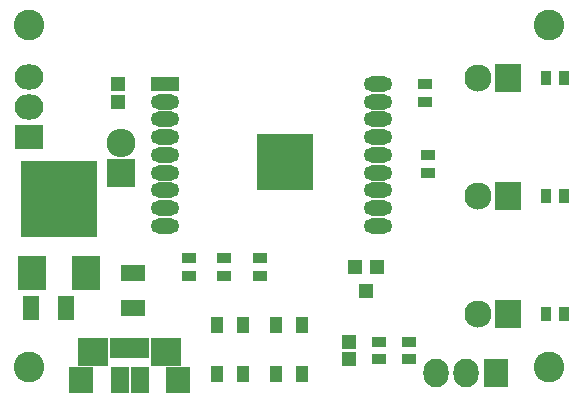
<source format=gts>
G04 #@! TF.FileFunction,Soldermask,Top*
%FSLAX46Y46*%
G04 Gerber Fmt 4.6, Leading zero omitted, Abs format (unit mm)*
G04 Created by KiCad (PCBNEW 4.0.1-stable) date 2017/01/05 22:21:53*
%MOMM*%
G01*
G04 APERTURE LIST*
%ADD10C,0.100000*%
%ADD11R,1.050000X1.450000*%
%ADD12O,2.400000X1.300000*%
%ADD13R,2.400000X1.300000*%
%ADD14R,4.700000X4.700000*%
%ADD15R,2.300000X2.400000*%
%ADD16C,2.300000*%
%ADD17R,1.400000X2.000000*%
%ADD18R,2.000000X1.400000*%
%ADD19R,1.150000X1.200000*%
%ADD20R,1.200000X1.300000*%
%ADD21R,1.300000X0.900000*%
%ADD22R,0.900000X1.300000*%
%ADD23R,2.000000X2.300000*%
%ADD24R,2.500000X2.400000*%
%ADD25R,0.800000X1.750000*%
%ADD26R,1.600000X2.300000*%
%ADD27R,2.400000X2.900000*%
%ADD28R,6.400000X6.400000*%
%ADD29C,2.600000*%
%ADD30R,2.127200X2.432000*%
%ADD31O,2.127200X2.432000*%
%ADD32R,2.432000X2.432000*%
%ADD33O,2.432000X2.432000*%
%ADD34R,2.432000X2.127200*%
%ADD35O,2.432000X2.127200*%
G04 APERTURE END LIST*
D10*
D11*
X150425000Y-101075000D03*
X152575000Y-101075000D03*
X150425000Y-96925000D03*
X152575000Y-96925000D03*
D12*
X164000000Y-88500000D03*
X146000000Y-88500000D03*
D13*
X146000000Y-76500000D03*
D12*
X146000000Y-78000000D03*
X146000000Y-79500000D03*
X146000000Y-81000000D03*
X146000000Y-82500000D03*
X146000000Y-84000000D03*
X146000000Y-85500000D03*
X146000000Y-87000000D03*
X164000000Y-87000000D03*
X164000000Y-85500000D03*
X164000000Y-84000000D03*
X164000000Y-82500000D03*
X164000000Y-81000000D03*
X164000000Y-79500000D03*
X164000000Y-78000000D03*
X164000000Y-76500000D03*
D14*
X156120000Y-83080000D03*
D15*
X175000000Y-96000000D03*
D16*
X172460000Y-96000000D03*
D11*
X155425000Y-101075000D03*
X157575000Y-101075000D03*
X155425000Y-96925000D03*
X157575000Y-96925000D03*
D15*
X175000000Y-76000000D03*
D16*
X172460000Y-76000000D03*
D17*
X134644000Y-95504000D03*
X137644000Y-95504000D03*
D18*
X143256000Y-92480000D03*
X143256000Y-95480000D03*
D19*
X142000000Y-76500000D03*
X142000000Y-78000000D03*
X161544000Y-98326000D03*
X161544000Y-99826000D03*
D15*
X175000000Y-86000000D03*
D16*
X172460000Y-86000000D03*
D20*
X163950000Y-92000000D03*
X162050000Y-92000000D03*
X163000000Y-94000000D03*
D21*
X148000000Y-92750000D03*
X148000000Y-91250000D03*
X151000000Y-92750000D03*
X151000000Y-91250000D03*
X154000000Y-91250000D03*
X154000000Y-92750000D03*
X164084000Y-99826000D03*
X164084000Y-98326000D03*
X166624000Y-98326000D03*
X166624000Y-99826000D03*
X168000000Y-76500000D03*
X168000000Y-78000000D03*
X168250000Y-82500000D03*
X168250000Y-84000000D03*
D22*
X178250000Y-76000000D03*
X179750000Y-76000000D03*
X178250000Y-86000000D03*
X179750000Y-86000000D03*
X178250000Y-96000000D03*
X179750000Y-96000000D03*
D23*
X138900000Y-101550000D03*
X147100000Y-101550000D03*
D24*
X139900000Y-99200000D03*
X146100000Y-99200000D03*
D25*
X144300000Y-98875000D03*
X141700000Y-98875000D03*
X142350000Y-98875000D03*
X143000000Y-98875000D03*
X143650000Y-98875000D03*
D26*
X143850000Y-101550000D03*
X142150000Y-101550000D03*
D27*
X134700000Y-92500000D03*
X139300000Y-92500000D03*
D28*
X137000000Y-86250000D03*
D29*
X178500000Y-100500000D03*
X178500000Y-71500000D03*
X134500000Y-71500000D03*
X134500000Y-100500000D03*
D30*
X174000000Y-101000000D03*
D31*
X171460000Y-101000000D03*
X168920000Y-101000000D03*
D32*
X142250000Y-84000000D03*
D33*
X142250000Y-81460000D03*
D34*
X134500000Y-81000000D03*
D35*
X134500000Y-78460000D03*
X134500000Y-75920000D03*
M02*

</source>
